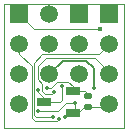
<source format=gtl>
%FSLAX44Y44*%
%MOMM*%
G71*
G01*
G75*
G04 Layer_Physical_Order=1*
G04 Layer_Color=255*
%ADD10R,1.2000X0.8000*%
G04:AMPARAMS|DCode=11|XSize=0.6mm|YSize=0.5mm|CornerRadius=0.05mm|HoleSize=0mm|Usage=FLASHONLY|Rotation=180.000|XOffset=0mm|YOffset=0mm|HoleType=Round|Shape=RoundedRectangle|*
%AMROUNDEDRECTD11*
21,1,0.6000,0.4000,0,0,180.0*
21,1,0.5000,0.5000,0,0,180.0*
1,1,0.1000,-0.2500,0.2000*
1,1,0.1000,0.2500,0.2000*
1,1,0.1000,0.2500,-0.2000*
1,1,0.1000,-0.2500,-0.2000*
%
%ADD11ROUNDEDRECTD11*%
%ADD12C,0.1000*%
%ADD13C,0.0800*%
%ADD14C,0.2000*%
%ADD15C,0.0750*%
%ADD16R,1.5000X1.5000*%
%ADD17C,1.5000*%
%ADD18C,0.4500*%
%ADD19C,0.3500*%
D10*
X70440Y30420D02*
D03*
Y49420D02*
D03*
X46440Y39920D02*
D03*
D11*
X83070Y44650D02*
D03*
Y35650D02*
D03*
D12*
X72670Y32650D02*
Y39170D01*
X70440Y30420D02*
X72670Y32650D01*
X70440Y30420D02*
X75100D01*
X79300Y34620D01*
X83050D01*
X53100Y46590D02*
X55010Y48500D01*
X47300Y46590D02*
X53100D01*
X44790Y49100D02*
X47300Y46590D01*
X44790Y49100D02*
Y55520D01*
X40860Y59450D02*
X44790Y55520D01*
X89645Y77525D02*
X101600Y65570D01*
Y63500D02*
Y65570D01*
X40860Y59450D02*
Y70450D01*
X47935Y77525D01*
X89645D01*
X83070Y35650D02*
X99150D01*
X101600Y38100D01*
X40840Y32630D02*
X58340D01*
X64880Y39170D01*
X72670D01*
X12000Y17660D02*
Y122950D01*
X114000Y17660D02*
Y122950D01*
X12000Y17660D02*
X114000D01*
X12000Y122950D02*
X114000D01*
D13*
X83050Y43620D02*
Y47010D01*
X80640Y49420D02*
X83050Y47010D01*
X70440Y49420D02*
X80640D01*
X50010Y62710D02*
X50800Y63500D01*
X45550Y39030D02*
X46440Y39920D01*
X67690Y52170D02*
X70440Y49420D01*
X46440Y39920D02*
X59800D01*
X61480Y41600D01*
Y53260D01*
X49000Y51460D02*
X51690D01*
X57300Y57070D01*
X66630D01*
X70440Y53260D01*
Y49420D02*
Y53260D01*
X41360Y48460D02*
Y50020D01*
Y48460D02*
X46440Y43380D01*
Y39920D02*
Y43380D01*
X57080Y23540D02*
X58770Y25230D01*
X25400Y80300D02*
X35720Y69980D01*
X25400Y80300D02*
Y88900D01*
Y114300D02*
X37820Y101880D01*
X93870D01*
X35720Y26370D02*
Y69980D01*
Y26370D02*
X38550Y23540D01*
X57080D01*
D14*
X50800Y63500D02*
X62120Y74820D01*
X82090D01*
X88350Y68560D01*
Y52100D02*
Y68560D01*
X88290Y52040D02*
X88350Y52100D01*
D15*
X92850Y80150D02*
X101600Y88900D01*
X37410Y72770D02*
X44790Y80150D01*
X92850D01*
X37410Y28720D02*
Y72770D01*
Y28720D02*
X39340Y26790D01*
X54200D01*
D16*
X76200Y114300D02*
D03*
X101600D02*
D03*
X25400D02*
D03*
D17*
X50800D02*
D03*
X76200Y88900D02*
D03*
X50800D02*
D03*
X76200Y63500D02*
D03*
X50800D02*
D03*
X101600D02*
D03*
Y88900D02*
D03*
Y38100D02*
D03*
X25400Y63500D02*
D03*
Y88900D02*
D03*
Y38100D02*
D03*
D18*
X93870Y101880D02*
D03*
D19*
X40840Y32630D02*
D03*
X41360Y50020D02*
D03*
X49000Y51460D02*
D03*
X55010Y48500D02*
D03*
X61480Y53260D02*
D03*
X72670Y39170D02*
D03*
X88290Y52040D02*
D03*
X63580Y26930D02*
D03*
X54200Y26790D02*
D03*
X58770Y25230D02*
D03*
M02*

</source>
